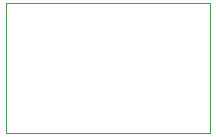
<source format=gbr>
%TF.GenerationSoftware,KiCad,Pcbnew,(7.0.0)*%
%TF.CreationDate,2023-03-16T14:09:23+01:00*%
%TF.ProjectId,PCH-1000JIG_0805,5043482d-3130-4303-904a-49475f303830,rev?*%
%TF.SameCoordinates,Original*%
%TF.FileFunction,Profile,NP*%
%FSLAX46Y46*%
G04 Gerber Fmt 4.6, Leading zero omitted, Abs format (unit mm)*
G04 Created by KiCad (PCBNEW (7.0.0)) date 2023-03-16 14:09:23*
%MOMM*%
%LPD*%
G01*
G04 APERTURE LIST*
%TA.AperFunction,Profile*%
%ADD10C,0.100000*%
%TD*%
G04 APERTURE END LIST*
D10*
X39400000Y-33500000D02*
X56700000Y-33500000D01*
X56700000Y-33500000D02*
X56700000Y-44500000D01*
X56700000Y-44500000D02*
X39400000Y-44500000D01*
X39400000Y-44500000D02*
X39400000Y-33500000D01*
M02*

</source>
